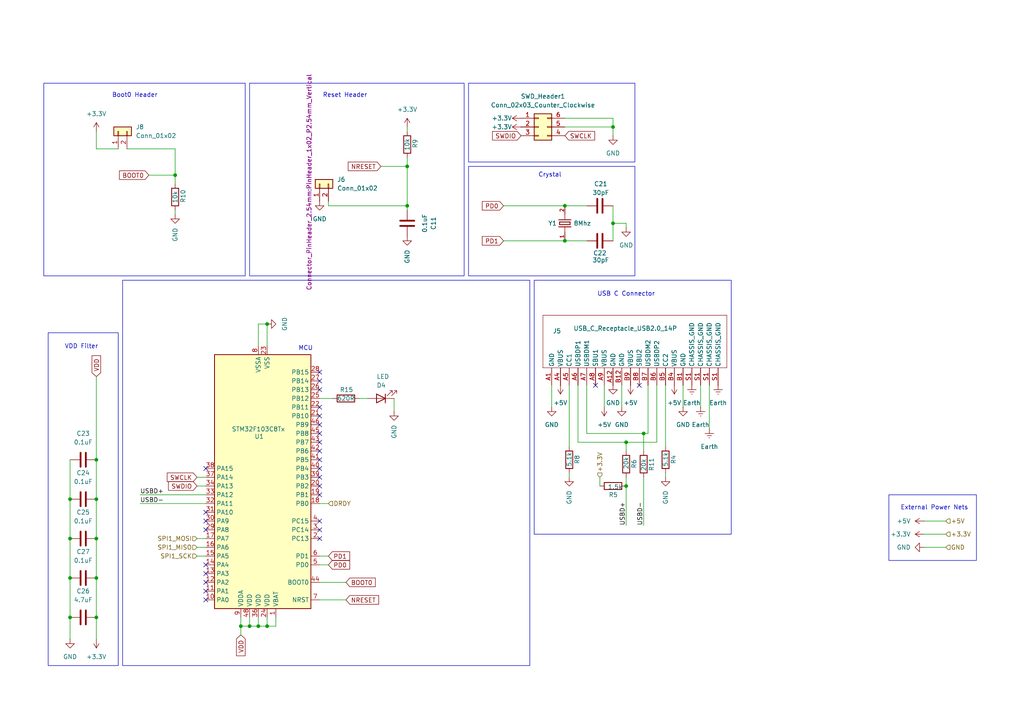
<source format=kicad_sch>
(kicad_sch (version 20231120) (generator "eeschema") (generator_version "8.0")
  (paper "A4")
  (lib_symbols
    (symbol "Connector_Generic:Conn_01x02" (pin_names (offset 1.016) hide)
      (property "Reference" "J" (at 0 2.54 0))
      (property "Value" "Conn_01x02" (at 0 -5.08 0))
      (symbol "Conn_01x02_1_1"
        (rectangle (start -1.27 -2.413) (end 0 -2.667) (stroke (width 0.1524)))
        (rectangle (start -1.27 0.127) (end 0 -0.127) (stroke (width 0.1524)))
        (rectangle (start -1.27 1.27) (end 1.27 -3.81) (stroke (width 0.254)) (fill (type background)))
        (pin passive line (at -5.08 0 0) (length 3.81) (name "Pin_1") (number "1"))
        (pin passive line (at -5.08 -2.54 0) (length 3.81) (name "Pin_2") (number "2"))
      )
    )
    (symbol "Connector_Generic:Conn_02x03_Counter_Clockwise" (pin_names (offset 1.016) hide)
      (property "Reference" "J" (at 1.27 5.08 0))
      (property "Value" "Conn_02x03_Counter_Clockwise" (at 1.27 -5.08 0))
      (symbol "Conn_02x03_Counter_Clockwise_1_1"
        (rectangle (start -1.27 -2.413) (end 0 -2.667) (stroke (width 0.1524)))
        (rectangle (start -1.27 0.127) (end 0 -0.127) (stroke (width 0.1524)))
        (rectangle (start -1.27 2.667) (end 0 2.413) (stroke (width 0.1524)))
        (rectangle (start -1.27 3.81) (end 3.81 -3.81) (stroke (width 0.254)) (fill (type background)))
        (rectangle (start 3.81 -2.413) (end 2.54 -2.667) (stroke (width 0.1524)))
        (rectangle (start 3.81 0.127) (end 2.54 -0.127) (stroke (width 0.1524)))
        (rectangle (start 3.81 2.667) (end 2.54 2.413) (stroke (width 0.1524)))
        (pin passive line (at -5.08 2.54 0) (length 3.81) (name "Pin_1") (number "1"))
        (pin passive line (at -5.08 0 0) (length 3.81) (name "Pin_2") (number "2"))
        (pin passive line (at -5.08 -2.54 0) (length 3.81) (name "Pin_3") (number "3"))
        (pin passive line (at 7.62 -2.54 180) (length 3.81) (name "Pin_4") (number "4"))
        (pin passive line (at 7.62 0 180) (length 3.81) (name "Pin_5") (number "5"))
        (pin passive line (at 7.62 2.54 180) (length 3.81) (name "Pin_6") (number "6"))
      )
    )
    (symbol "Device:C" (pin_numbers hide) (pin_names (offset 0.254))
      (property "Reference" "C" (at 0.635 2.54 0))
      (property "Value" "C" (at 0.635 -2.54 0))
      (symbol "C_0_1"
        (polyline (pts (xy -2.032 -0.762) (xy 2.032 -0.762)) (stroke (width 0.508)))
        (polyline (pts (xy -2.032 0.762) (xy 2.032 0.762)) (stroke (width 0.508)))
      )
      (symbol "C_1_1"
        (pin passive line (at 0 3.81 270) (length 2.794) (name "~") (number "1"))
        (pin passive line (at 0 -3.81 90) (length 2.794) (name "~") (number "2"))
      )
    )
    (symbol "Device:LED" (pin_numbers hide) (pin_names (offset 1.016) hide)
      (property "Reference" "D" (at 0 2.54 0))
      (property "Value" "LED" (at 0 -2.54 0))
      (symbol "LED_0_1"
        (polyline (pts (xy -1.27 -1.27) (xy -1.27 1.27)) (stroke (width 0.254)))
        (polyline (pts (xy -1.27 0) (xy 1.27 0)))
        (polyline (pts (xy 1.27 -1.27) (xy 1.27 1.27) (xy -1.27 0) (xy 1.27 -1.27)) (stroke (width 0.254)))
        (polyline (pts (xy -3.048 -0.762) (xy -4.572 -2.286) (xy -3.81 -2.286) (xy -4.572 -2.286) (xy -4.572 -1.524)))
        (polyline (pts (xy -1.778 -0.762) (xy -3.302 -2.286) (xy -2.54 -2.286) (xy -3.302 -2.286) (xy -3.302 -1.524)))
      )
      (symbol "LED_1_1"
        (pin passive line (at -3.81 0 0) (length 2.54) (name "K") (number "1"))
        (pin passive line (at 3.81 0 180) (length 2.54) (name "A") (number "2"))
      )
    )
    (symbol "Device:R" (pin_numbers hide) (pin_names (offset 0))
      (property "Reference" "R" (at 2.032 0 90))
      (property "Value" "R" (at 0 0 90))
      (symbol "R_0_1"
        (rectangle (start -1.016 -2.54) (end 1.016 2.54) (stroke (width 0.254)))
      )
      (symbol "R_1_1"
        (pin passive line (at 0 3.81 270) (length 1.27) (name "~") (number "1"))
        (pin passive line (at 0 -3.81 90) (length 1.27) (name "~") (number "2"))
      )
    )
    (symbol "ECS_80_18_30_JGN_TR:ECS-80-18-30-JGN-TR" (pin_names (offset 1.016))
      (property "Reference" "Y" (at -5.0926 2.2955 0))
      (property "Value" "ECS-80-18-30-JGN-TR" (at -5.0949 -3.8236 0))
      (symbol "ECS-80-18-30-JGN-TR_0_0"
        (polyline (pts (xy -2.54 0) (xy -1.016 0)) (stroke (width 0.1524)))
        (polyline (pts (xy -1.016 1.778) (xy -1.016 -1.778)) (stroke (width 0.254)))
        (polyline (pts (xy -0.381 -1.524) (xy 0.381 -1.524)) (stroke (width 0.254)))
        (polyline (pts (xy -0.381 1.524) (xy -0.381 -1.524)) (stroke (width 0.254)))
        (polyline (pts (xy 0.381 -1.524) (xy 0.381 1.524)) (stroke (width 0.254)))
        (polyline (pts (xy 0.381 1.524) (xy -0.381 1.524)) (stroke (width 0.254)))
        (polyline (pts (xy 1.016 0) (xy 2.54 0)) (stroke (width 0.1524)))
        (polyline (pts (xy 1.016 1.778) (xy 1.016 -1.778)) (stroke (width 0.254)))
        (pin passive line (at -5.08 0 0) (length 2.54) (name "~") (number "1"))
        (pin passive line (at 5.08 0 180) (length 2.54) (name "~") (number "2"))
      )
    )
    (symbol "MCU_ST_STM32F1:STM32F103C8Tx"
      (property "Reference" "U" (at -12.7 39.37 0))
      (property "Value" "STM32F103C8Tx" (at 10.16 39.37 0))
      (symbol "STM32F103C8Tx_0_1"
        (rectangle (start -12.7 -35.56) (end 15.24 38.1) (stroke (width 0.254)) (fill (type background)))
      )
      (symbol "STM32F103C8Tx_1_1"
        (pin power_in line (at -2.54 40.64 270) (length 2.54) (name "VBAT") (number "1"))
        (pin bidirectional line (at 17.78 35.56 180) (length 2.54) (name "PA0") (number "10"))
        (pin bidirectional line (at 17.78 33.02 180) (length 2.54) (name "PA1") (number "11"))
        (pin bidirectional line (at 17.78 30.48 180) (length 2.54) (name "PA2") (number "12"))
        (pin bidirectional line (at 17.78 27.94 180) (length 2.54) (name "PA3") (number "13"))
        (pin bidirectional line (at 17.78 25.4 180) (length 2.54) (name "PA4") (number "14"))
        (pin bidirectional line (at 17.78 22.86 180) (length 2.54) (name "PA5") (number "15"))
        (pin bidirectional line (at 17.78 20.32 180) (length 2.54) (name "PA6") (number "16"))
        (pin bidirectional line (at 17.78 17.78 180) (length 2.54) (name "PA7") (number "17"))
        (pin bidirectional line (at -15.24 7.62 0) (length 2.54) (name "PB0") (number "18"))
        (pin bidirectional line (at -15.24 5.08 0) (length 2.54) (name "PB1") (number "19"))
        (pin bidirectional line (at -15.24 17.78 0) (length 2.54) (name "PC13") (number "2"))
        (pin bidirectional line (at -15.24 2.54 0) (length 2.54) (name "PB2") (number "20"))
        (pin bidirectional line (at -15.24 -17.78 0) (length 2.54) (name "PB10") (number "21"))
        (pin bidirectional line (at -15.24 -20.32 0) (length 2.54) (name "PB11") (number "22"))
        (pin power_in line (at 0 -38.1 90) (length 2.54) (name "VSS") (number "23"))
        (pin power_in line (at 0 40.64 270) (length 2.54) (name "VDD") (number "24"))
        (pin bidirectional line (at -15.24 -22.86 0) (length 2.54) (name "PB12") (number "25"))
        (pin bidirectional line (at -15.24 -25.4 0) (length 2.54) (name "PB13") (number "26"))
        (pin bidirectional line (at -15.24 -27.94 0) (length 2.54) (name "PB14") (number "27"))
        (pin bidirectional line (at -15.24 -30.48 0) (length 2.54) (name "PB15") (number "28"))
        (pin bidirectional line (at 17.78 15.24 180) (length 2.54) (name "PA8") (number "29"))
        (pin bidirectional line (at -15.24 15.24 0) (length 2.54) (name "PC14") (number "3"))
        (pin bidirectional line (at 17.78 12.7 180) (length 2.54) (name "PA9") (number "30"))
        (pin bidirectional line (at 17.78 10.16 180) (length 2.54) (name "PA10") (number "31"))
        (pin bidirectional line (at 17.78 7.62 180) (length 2.54) (name "PA11") (number "32"))
        (pin bidirectional line (at 17.78 5.08 180) (length 2.54) (name "PA12") (number "33"))
        (pin bidirectional line (at 17.78 2.54 180) (length 2.54) (name "PA13") (number "34"))
        (pin passive line (at 0 -38.1 90) (length 2.54) hide (name "VSS") (number "35"))
        (pin power_in line (at 2.54 40.64 270) (length 2.54) (name "VDD") (number "36"))
        (pin bidirectional line (at 17.78 0 180) (length 2.54) (name "PA14") (number "37"))
        (pin bidirectional line (at 17.78 -2.54 180) (length 2.54) (name "PA15") (number "38"))
        (pin bidirectional line (at -15.24 0 0) (length 2.54) (name "PB3") (number "39"))
        (pin bidirectional line (at -15.24 12.7 0) (length 2.54) (name "PC15") (number "4"))
        (pin bidirectional line (at -15.24 -2.54 0) (length 2.54) (name "PB4") (number "40"))
        (pin bidirectional line (at -15.24 -5.08 0) (length 2.54) (name "PB5") (number "41"))
        (pin bidirectional line (at -15.24 -7.62 0) (length 2.54) (name "PB6") (number "42"))
        (pin bidirectional line (at -15.24 -10.16 0) (length 2.54) (name "PB7") (number "43"))
        (pin input line (at -15.24 30.48 0) (length 2.54) (name "BOOT0") (number "44"))
        (pin bidirectional line (at -15.24 -12.7 0) (length 2.54) (name "PB8") (number "45"))
        (pin bidirectional line (at -15.24 -15.24 0) (length 2.54) (name "PB9") (number "46"))
        (pin passive line (at 0 -38.1 90) (length 2.54) hide (name "VSS") (number "47"))
        (pin power_in line (at 5.08 40.64 270) (length 2.54) (name "VDD") (number "48"))
        (pin bidirectional line (at -15.24 25.4 0) (length 2.54) (name "PD0") (number "5"))
        (pin bidirectional line (at -15.24 22.86 0) (length 2.54) (name "PD1") (number "6"))
        (pin input line (at -15.24 35.56 0) (length 2.54) (name "NRST") (number "7"))
        (pin power_in line (at 2.54 -38.1 90) (length 2.54) (name "VSSA") (number "8"))
        (pin power_in line (at 7.62 40.64 270) (length 2.54) (name "VDDA") (number "9"))
      )
    )
    (symbol "USB4085_GF_A:USB4085-GF-A" (pin_names (offset 0.254))
      (property "Reference" "J5" (at 15.748 -1.524 90))
      (property "Value" "USB_C_Receptacle_USB2.0_14P" (at 16.51 -21.336 90))
      (symbol "USB4085-GF-A_1_1"
        (polyline (pts (xy 5.08 -50.8) (xy 20.32 -50.8)) (stroke (width 0.127)))
        (polyline (pts (xy 5.08 2.54) (xy 5.08 -50.8)) (stroke (width 0.127)))
        (polyline (pts (xy 20.32 -50.8) (xy 20.32 2.54)) (stroke (width 0.127)))
        (polyline (pts (xy 20.32 2.54) (xy 5.08 2.54)) (stroke (width 0.127)))
        (pin power_in line (at 0 0 0) (length 5.08) (name "GND") (number "A1"))
        (pin power_in line (at 0 -17.78 0) (length 5.08) (name "GND") (number "A12"))
        (pin power_in line (at 0 -2.54 0) (length 5.08) (name "VBUS") (number "A4"))
        (pin bidirectional line (at 0 -5.08 0) (length 5.08) (name "CC1") (number "A5"))
        (pin bidirectional line (at 0 -7.62 0) (length 5.08) (name "USBDP1") (number "A6"))
        (pin bidirectional line (at 0 -10.16 0) (length 5.08) (name "USBDM1") (number "A7"))
        (pin bidirectional line (at 0 -12.7 0) (length 5.08) (name "SBU1") (number "A8"))
        (pin power_in line (at 0 -15.24 0) (length 5.08) (name "VBUS") (number "A9"))
        (pin power_in line (at 0 -38.1 0) (length 5.08) (name "GND") (number "B1"))
        (pin open_emitter line (at 0 -20.32 0) (length 5.08) (name "GND") (number "B12"))
        (pin power_in line (at 0 -35.56 0) (length 5.08) (name "VBUS") (number "B4"))
        (pin bidirectional line (at 0 -33.02 0) (length 5.08) (name "CC2") (number "B5"))
        (pin bidirectional line (at 0 -30.48 0) (length 5.08) (name "USBDP2") (number "B6"))
        (pin bidirectional line (at 0 -27.94 0) (length 5.08) (name "USBDM2") (number "B7"))
        (pin bidirectional line (at 0 -25.4 0) (length 5.08) (name "SBU2") (number "B8"))
        (pin power_in line (at 0 -22.86 0) (length 5.08) (name "VBUS") (number "B9"))
        (pin power_in line (at 0 -48.26 0) (length 5.08) (name "CHASSIS_GND") (number "S1"))
        (pin power_in line (at 0 -45.72 0) (length 5.08) (name "CHASSIS_GND") (number "S1"))
        (pin power_in line (at 0 -43.18 0) (length 5.08) (name "CHASSIS_GND") (number "S1"))
        (pin power_in line (at 0 -40.64 0) (length 5.08) (name "CHASSIS_GND") (number "S1"))
      )
      (symbol "USB4085-GF-A_1_2"
        (polyline (pts (xy 5.08 -50.8) (xy 12.7 -50.8)) (stroke (width 0.127)))
        (polyline (pts (xy 5.08 2.54) (xy 5.08 -50.8)) (stroke (width 0.127)))
        (polyline (pts (xy 7.62 -48.26) (xy 5.08 -48.26)) (stroke (width 0.127)))
        (polyline (pts (xy 7.62 -48.26) (xy 8.89 -49.1067)) (stroke (width 0.127)))
        (polyline (pts (xy 7.62 -48.26) (xy 8.89 -47.4133)) (stroke (width 0.127)))
        (polyline (pts (xy 7.62 -45.72) (xy 5.08 -45.72)) (stroke (width 0.127)))
        (polyline (pts (xy 7.62 -45.72) (xy 8.89 -46.5667)) (stroke (width 0.127)))
        (polyline (pts (xy 7.62 -45.72) (xy 8.89 -44.8733)) (stroke (width 0.127)))
        (polyline (pts (xy 7.62 -43.18) (xy 5.08 -43.18)) (stroke (width 0.127)))
        (polyline (pts (xy 7.62 -43.18) (xy 8.89 -44.0267)) (stroke (width 0.127)))
        (polyline (pts (xy 7.62 -43.18) (xy 8.89 -42.3333)) (stroke (width 0.127)))
        (polyline (pts (xy 7.62 -40.64) (xy 5.08 -40.64)) (stroke (width 0.127)))
        (polyline (pts (xy 7.62 -40.64) (xy 8.89 -41.4867)) (stroke (width 0.127)))
        (polyline (pts (xy 7.62 -40.64) (xy 8.89 -39.7933)) (stroke (width 0.127)))
        (polyline (pts (xy 7.62 -38.1) (xy 5.08 -38.1)) (stroke (width 0.127)))
        (polyline (pts (xy 7.62 -38.1) (xy 8.89 -38.9467)) (stroke (width 0.127)))
        (polyline (pts (xy 7.62 -38.1) (xy 8.89 -37.2533)) (stroke (width 0.127)))
        (polyline (pts (xy 7.62 -35.56) (xy 5.08 -35.56)) (stroke (width 0.127)))
        (polyline (pts (xy 7.62 -35.56) (xy 8.89 -36.4067)) (stroke (width 0.127)))
        (polyline (pts (xy 7.62 -35.56) (xy 8.89 -34.7133)) (stroke (width 0.127)))
        (polyline (pts (xy 7.62 -33.02) (xy 5.08 -33.02)) (stroke (width 0.127)))
        (polyline (pts (xy 7.62 -33.02) (xy 8.89 -33.8667)) (stroke (width 0.127)))
        (polyline (pts (xy 7.62 -33.02) (xy 8.89 -32.1733)) (stroke (width 0.127)))
        (polyline (pts (xy 7.62 -30.48) (xy 5.08 -30.48)) (stroke (width 0.127)))
        (polyline (pts (xy 7.62 -30.48) (xy 8.89 -31.3267)) (stroke (width 0.127)))
        (polyline (pts (xy 7.62 -30.48) (xy 8.89 -29.6333)) (stroke (width 0.127)))
        (polyline (pts (xy 7.62 -27.94) (xy 5.08 -27.94)) (stroke (width 0.127)))
        (polyline (pts (xy 7.62 -27.94) (xy 8.89 -28.7867)) (stroke (width 0.127)))
        (polyline (pts (xy 7.62 -27.94) (xy 8.89 -27.0933)) (stroke (width 0.127)))
        (polyline (pts (xy 7.62 -25.4) (xy 5.08 -25.4)) (stroke (width 0.127)))
        (polyline (pts (xy 7.62 -25.4) (xy 8.89 -26.2467)) (stroke (width 0.127)))
        (polyline (pts (xy 7.62 -25.4) (xy 8.89 -24.5533)) (stroke (width 0.127)))
        (polyline (pts (xy 7.62 -22.86) (xy 5.08 -22.86)) (stroke (width 0.127)))
        (polyline (pts (xy 7.62 -22.86) (xy 8.89 -23.7067)) (stroke (width 0.127)))
        (polyline (pts (xy 7.62 -22.86) (xy 8.89 -22.0133)) (stroke (width 0.127)))
        (polyline (pts (xy 7.62 -20.32) (xy 5.08 -20.32)) (stroke (width 0.127)))
        (polyline (pts (xy 7.62 -20.32) (xy 8.89 -21.1667)) (stroke (width 0.127)))
        (polyline (pts (xy 7.62 -20.32) (xy 8.89 -19.4733)) (stroke (width 0.127)))
        (polyline (pts (xy 7.62 -17.78) (xy 5.08 -17.78)) (stroke (width 0.127)))
        (polyline (pts (xy 7.62 -17.78) (xy 8.89 -18.6267)) (stroke (width 0.127)))
        (polyline (pts (xy 7.62 -17.78) (xy 8.89 -16.9333)) (stroke (width 0.127)))
        (polyline (pts (xy 7.62 -15.24) (xy 5.08 -15.24)) (stroke (width 0.127)))
        (polyline (pts (xy 7.62 -15.24) (xy 8.89 -16.0867)) (stroke (width 0.127)))
        (polyline (pts (xy 7.62 -15.24) (xy 8.89 -14.3933)) (stroke (width 0.127)))
        (polyline (pts (xy 7.62 -12.7) (xy 5.08 -12.7)) (stroke (width 0.127)))
        (polyline (pts (xy 7.62 -12.7) (xy 8.89 -13.5467)) (stroke (width 0.127)))
        (polyline (pts (xy 7.62 -12.7) (xy 8.89 -11.8533)) (stroke (width 0.127)))
        (polyline (pts (xy 7.62 -10.16) (xy 5.08 -10.16)) (stroke (width 0.127)))
        (polyline (pts (xy 7.62 -10.16) (xy 8.89 -11.0067)) (stroke (width 0.127)))
        (polyline (pts (xy 7.62 -10.16) (xy 8.89 -9.3133)) (stroke (width 0.127)))
        (polyline (pts (xy 7.62 -7.62) (xy 5.08 -7.62)) (stroke (width 0.127)))
        (polyline (pts (xy 7.62 -7.62) (xy 8.89 -8.4667)) (stroke (width 0.127)))
        (polyline (pts (xy 7.62 -7.62) (xy 8.89 -6.7733)) (stroke (width 0.127)))
        (polyline (pts (xy 7.62 -5.08) (xy 5.08 -5.08)) (stroke (width 0.127)))
        (polyline (pts (xy 7.62 -5.08) (xy 8.89 -5.9267)) (stroke (width 0.127)))
        (polyline (pts (xy 7.62 -5.08) (xy 8.89 -4.2333)) (stroke (width 0.127)))
        (polyline (pts (xy 7.62 -2.54) (xy 5.08 -2.54)) (stroke (width 0.127)))
        (polyline (pts (xy 7.62 -2.54) (xy 8.89 -3.3867)) (stroke (width 0.127)))
        (polyline (pts (xy 7.62 -2.54) (xy 8.89 -1.6933)) (stroke (width 0.127)))
        (polyline (pts (xy 7.62 0) (xy 5.08 0)) (stroke (width 0.127)))
        (polyline (pts (xy 7.62 0) (xy 8.89 -0.8467)) (stroke (width 0.127)))
        (polyline (pts (xy 7.62 0) (xy 8.89 0.8467)) (stroke (width 0.127)))
        (polyline (pts (xy 12.7 -50.8) (xy 12.7 2.54)) (stroke (width 0.127)))
        (polyline (pts (xy 12.7 2.54) (xy 5.08 2.54)) (stroke (width 0.127)))
        (pin unspecified line (at 0 0 0) (length 5.08) (name "1") (number "1"))
        (pin unspecified line (at 0 -22.86 0) (length 5.08) (name "10") (number "10"))
        (pin unspecified line (at 0 -25.4 0) (length 5.08) (name "11") (number "11"))
        (pin unspecified line (at 0 -27.94 0) (length 5.08) (name "12") (number "12"))
        (pin unspecified line (at 0 -30.48 0) (length 5.08) (name "13") (number "13"))
        (pin unspecified line (at 0 -33.02 0) (length 5.08) (name "14") (number "14"))
        (pin unspecified line (at 0 -35.56 0) (length 5.08) (name "15") (number "15"))
        (pin unspecified line (at 0 -38.1 0) (length 5.08) (name "16") (number "16"))
        (pin unspecified line (at 0 -40.64 0) (length 5.08) (name "17") (number "17"))
        (pin unspecified line (at 0 -43.18 0) (length 5.08) (name "18") (number "18"))
        (pin unspecified line (at 0 -45.72 0) (length 5.08) (name "19") (number "19"))
        (pin unspecified line (at 0 -2.54 0) (length 5.08) (name "2") (number "2"))
        (pin unspecified line (at 0 -48.26 0) (length 5.08) (name "20") (number "20"))
        (pin unspecified line (at 0 -5.08 0) (length 5.08) (name "3") (number "3"))
        (pin unspecified line (at 0 -7.62 0) (length 5.08) (name "4") (number "4"))
        (pin unspecified line (at 0 -10.16 0) (length 5.08) (name "5") (number "5"))
        (pin unspecified line (at 0 -12.7 0) (length 5.08) (name "6") (number "6"))
        (pin unspecified line (at 0 -15.24 0) (length 5.08) (name "7") (number "7"))
        (pin unspecified line (at 0 -17.78 0) (length 5.08) (name "8") (number "8"))
        (pin unspecified line (at 0 -20.32 0) (length 5.08) (name "9") (number "9"))
      )
    )
    (symbol "power:+3.3V" (power) (pin_numbers hide) (pin_names (offset 0) hide)
      (property "Value" "+3.3V" (at 0 3.556 0))
      (symbol "+3.3V_0_1"
        (polyline (pts (xy -0.762 1.27) (xy 0 2.54)))
        (polyline (pts (xy 0 0) (xy 0 2.54)))
        (polyline (pts (xy 0 2.54) (xy 0.762 1.27)))
      )
      (symbol "+3.3V_1_1"
        (pin power_in line (at 0 0 90) (length 0) (name "~") (number "1"))
      )
    )
    (symbol "power:+5V" (power) (pin_numbers hide) (pin_names (offset 0) hide)
      (property "Value" "+5V" (at 0 3.556 0))
      (symbol "+5V_0_1"
        (polyline (pts (xy -0.762 1.27) (xy 0 2.54)))
        (polyline (pts (xy 0 0) (xy 0 2.54)))
        (polyline (pts (xy 0 2.54) (xy 0.762 1.27)))
      )
      (symbol "+5V_1_1"
        (pin power_in line (at 0 0 90) (length 0) (name "~") (number "1"))
      )
    )
    (symbol "power:Earth" (power) (pin_numbers hide) (pin_names (offset 0) hide)
      (property "Value" "Earth" (at 0 -3.81 0))
      (symbol "Earth_0_1"
        (polyline (pts (xy -0.635 -1.905) (xy 0.635 -1.905)))
        (polyline (pts (xy -0.127 -2.54) (xy 0.127 -2.54)))
        (polyline (pts (xy 0 -1.27) (xy 0 0)))
        (polyline (pts (xy 1.27 -1.27) (xy -1.27 -1.27)))
      )
      (symbol "Earth_1_1"
        (pin power_in line (at 0 0 270) (length 0) (name "~") (number "1"))
      )
    )
    (symbol "power:GND" (power) (pin_numbers hide) (pin_names (offset 0) hide)
      (property "Value" "GND" (at 0 -3.81 0))
      (symbol "GND_0_1"
        (polyline (pts (xy 0 0) (xy 0 -1.27) (xy 1.27 -1.27) (xy 0 -2.54) (xy -1.27 -1.27) (xy 0 -1.27)))
      )
      (symbol "GND_1_1"
        (pin power_in line (at 0 0 270) (length 0) (name "~") (number "1"))
      )
    )
  )
  (junction (at 20.32 179.07))
  (junction (at 27.94 133.35))
  (junction (at 77.47 181.61))
  (junction (at 20.32 167.64))
  (junction (at 27.94 179.07))
  (junction (at 163.83 59.69))
  (junction (at 20.32 156.21))
  (junction (at 74.93 181.61))
  (junction (at 20.32 144.78))
  (junction (at 118.11 48.26))
  (junction (at 181.61 128.27))
  (junction (at 27.94 167.64))
  (junction (at 69.85 181.61))
  (junction (at 72.39 181.61))
  (junction (at 50.8 50.8))
  (junction (at 27.94 144.78))
  (junction (at 163.83 69.85))
  (junction (at 186.69 125.73))
  (junction (at 177.8 36.83))
  (junction (at 181.61 140.97))
  (junction (at 177.8 64.77))
  (junction (at 27.94 156.21))
  (junction (at 77.47 93.98))
  (junction (at 118.11 59.69))
  (no_connect (at 92.71 153.67))
  (no_connect (at 185.42 111.76))
  (no_connect (at 59.69 171.45))
  (no_connect (at 92.71 138.43))
  (no_connect (at 92.71 113.03))
  (no_connect (at 92.71 118.11))
  (no_connect (at 92.71 128.27))
  (no_connect (at 92.71 120.65))
  (no_connect (at 59.69 151.13))
  (no_connect (at 92.71 143.51))
  (no_connect (at 59.69 166.37))
  (no_connect (at 172.72 111.76))
  (no_connect (at 92.71 107.95))
  (no_connect (at 59.69 135.89))
  (no_connect (at 92.71 133.35))
  (no_connect (at 92.71 125.73))
  (no_connect (at 92.71 140.97))
  (no_connect (at 59.69 148.59))
  (no_connect (at 92.71 123.19))
  (no_connect (at 59.69 173.99))
  (no_connect (at 92.71 135.89))
  (no_connect (at 59.69 168.91))
  (no_connect (at 92.71 151.13))
  (no_connect (at 59.69 153.67))
  (no_connect (at 92.71 130.81))
  (no_connect (at 59.69 163.83))
  (no_connect (at 92.71 156.21))
  (no_connect (at 92.71 110.49))
  (wire (pts (xy 181.61 140.97) (xy 181.61 152.4)))
  (wire (pts (xy 77.47 93.98) (xy 77.47 100.33)))
  (wire (pts (xy 203.2 118.11) (xy 203.2 111.76)))
  (wire (pts (xy 74.93 100.33) (xy 74.93 93.98)))
  (wire (pts (xy 118.11 38.1) (xy 118.11 36.83)))
  (wire (pts (xy 27.94 133.35) (xy 27.94 144.78)))
  (wire (pts (xy 175.26 118.11) (xy 175.26 111.76)))
  (wire (pts (xy 43.18 50.8) (xy 50.8 50.8)))
  (wire (pts (xy 181.61 64.77) (xy 181.61 66.04)))
  (wire (pts (xy 165.1 111.76) (xy 165.1 129.54)))
  (wire (pts (xy 186.69 138.43) (xy 186.69 152.4)))
  (wire (pts (xy 74.93 93.98) (xy 77.47 93.98)))
  (wire (pts (xy 74.93 181.61) (xy 77.47 181.61)))
  (wire (pts (xy 181.61 64.77) (xy 177.8 64.77)))
  (wire (pts (xy 163.83 36.83) (xy 177.8 36.83)))
  (wire (pts (xy 74.93 181.61) (xy 74.93 179.07)))
  (wire (pts (xy 163.83 34.29) (xy 177.8 34.29)))
  (wire (pts (xy 77.47 181.61) (xy 77.47 179.07)))
  (wire (pts (xy 36.83 43.18) (xy 50.8 43.18)))
  (wire (pts (xy 181.61 138.43) (xy 181.61 140.97)))
  (wire (pts (xy 80.01 181.61) (xy 80.01 179.07)))
  (wire (pts (xy 40.64 146.05) (xy 59.69 146.05)))
  (wire (pts (xy 27.94 185.42) (xy 27.94 179.07)))
  (wire (pts (xy 27.94 43.18) (xy 34.29 43.18)))
  (wire (pts (xy 20.32 167.64) (xy 20.32 179.07)))
  (wire (pts (xy 20.32 185.42) (xy 20.32 179.07)))
  (wire (pts (xy 198.12 118.11) (xy 198.12 111.76)))
  (wire (pts (xy 20.32 156.21) (xy 20.32 167.64)))
  (wire (pts (xy 110.49 48.26) (xy 118.11 48.26)))
  (wire (pts (xy 170.18 125.73) (xy 186.69 125.73)))
  (wire (pts (xy 20.32 133.35) (xy 20.32 144.78)))
  (wire (pts (xy 92.71 173.99) (xy 100.33 173.99)))
  (wire (pts (xy 92.71 163.83) (xy 95.25 163.83)))
  (wire (pts (xy 92.71 161.29) (xy 95.25 161.29)))
  (wire (pts (xy 20.32 144.78) (xy 20.32 156.21)))
  (wire (pts (xy 95.25 59.69) (xy 118.11 59.69)))
  (wire (pts (xy 72.39 181.61) (xy 74.93 181.61)))
  (wire (pts (xy 177.8 59.69) (xy 177.8 64.77)))
  (wire (pts (xy 181.61 128.27) (xy 181.61 130.81)))
  (wire (pts (xy 106.68 115.57) (xy 104.14 115.57)))
  (wire (pts (xy 27.94 156.21) (xy 27.94 167.64)))
  (wire (pts (xy 205.74 124.46) (xy 205.74 111.76)))
  (wire (pts (xy 50.8 60.96) (xy 50.8 62.23)))
  (wire (pts (xy 167.64 128.27) (xy 167.64 111.76)))
  (wire (pts (xy 186.69 125.73) (xy 187.96 125.73)))
  (wire (pts (xy 27.94 144.78) (xy 27.94 156.21)))
  (wire (pts (xy 92.71 146.05) (xy 95.25 146.05)))
  (wire (pts (xy 57.15 140.97) (xy 59.69 140.97)))
  (wire (pts (xy 177.8 34.29) (xy 177.8 36.83)))
  (wire (pts (xy 160.02 111.76) (xy 160.02 118.11)))
  (wire (pts (xy 177.8 64.77) (xy 177.8 69.85)))
  (wire (pts (xy 177.8 36.83) (xy 177.8 39.37)))
  (wire (pts (xy 170.18 111.76) (xy 170.18 125.73)))
  (wire (pts (xy 180.34 118.11) (xy 180.34 111.76)))
  (wire (pts (xy 193.04 111.76) (xy 193.04 129.54)))
  (wire (pts (xy 72.39 181.61) (xy 72.39 179.07)))
  (wire (pts (xy 114.3 119.38) (xy 114.3 115.57)))
  (wire (pts (xy 187.96 111.76) (xy 187.96 125.73)))
  (wire (pts (xy 69.85 184.15) (xy 69.85 181.61)))
  (wire (pts (xy 193.04 138.43) (xy 193.04 137.16)))
  (wire (pts (xy 267.97 151.13) (xy 274.32 151.13)))
  (wire (pts (xy 163.83 69.85) (xy 170.18 69.85)))
  (wire (pts (xy 267.97 154.94) (xy 274.32 154.94)))
  (wire (pts (xy 96.52 115.57) (xy 92.71 115.57)))
  (wire (pts (xy 165.1 138.43) (xy 165.1 137.16)))
  (wire (pts (xy 190.5 111.76) (xy 190.5 128.27)))
  (wire (pts (xy 27.94 167.64) (xy 27.94 179.07)))
  (wire (pts (xy 118.11 48.26) (xy 118.11 59.69)))
  (wire (pts (xy 267.97 158.75) (xy 274.32 158.75)))
  (wire (pts (xy 118.11 59.69) (xy 118.11 60.96)))
  (wire (pts (xy 146.05 59.69) (xy 163.83 59.69)))
  (wire (pts (xy 146.05 69.85) (xy 163.83 69.85)))
  (wire (pts (xy 186.69 125.73) (xy 186.69 130.81)))
  (wire (pts (xy 50.8 43.18) (xy 50.8 50.8)))
  (wire (pts (xy 57.15 161.29) (xy 59.69 161.29)))
  (wire (pts (xy 40.64 143.51) (xy 59.69 143.51)))
  (wire (pts (xy 69.85 181.61) (xy 72.39 181.61)))
  (wire (pts (xy 69.85 181.61) (xy 69.85 179.07)))
  (wire (pts (xy 92.71 168.91) (xy 100.33 168.91)))
  (wire (pts (xy 50.8 50.8) (xy 50.8 53.34)))
  (wire (pts (xy 57.15 158.75) (xy 59.69 158.75)))
  (wire (pts (xy 80.01 181.61) (xy 77.47 181.61)))
  (wire (pts (xy 163.83 59.69) (xy 170.18 59.69)))
  (wire (pts (xy 118.11 45.72) (xy 118.11 48.26)))
  (wire (pts (xy 181.61 128.27) (xy 167.64 128.27)))
  (wire (pts (xy 173.99 138.43) (xy 173.99 140.97)))
  (wire (pts (xy 57.15 156.21) (xy 59.69 156.21)))
  (wire (pts (xy 57.15 138.43) (xy 59.69 138.43)))
  (wire (pts (xy 190.5 128.27) (xy 181.61 128.27)))
  (wire (pts (xy 27.94 109.22) (xy 27.94 133.35)))
  (wire (pts (xy 95.25 59.69) (xy 95.25 58.42)))
  (wire (pts (xy 27.94 38.1) (xy 27.94 43.18)))
  (rectangle (start 12.7 24.13) (end 71.12 80.01))
  (rectangle (start 135.89 24.13) (end 184.15 46.99))
  (rectangle (start 257.81 143.51) (end 283.21 162.56))
  (rectangle (start 35.56 81.28) (end 153.67 193.04))
  (rectangle (start 154.94 81.28) (end 212.09 154.94))
  (rectangle (start 135.89 48.26) (end 184.15 80.01))
  (rectangle (start 72.39 24.13) (end 134.62 80.01))
  (rectangle (start 13.97 96.52) (end 34.29 193.04))
  (text "Reset Header" (at 100.076 27.686 0) (effects (font (size 1.27 1.27))))
  (text "USB C Connector" (at 181.61 85.344 0) (effects (font (size 1.27 1.27))))
  (text "Crystal" (at 159.512 50.8 0) (effects (font (size 1.27 1.27))))
  (text "Boot0 Header" (at 39.116 27.686 0) (effects (font (size 1.27 1.27))))
  (text "MCU" (at 88.646 101.092 0) (effects (font (size 1.27 1.27))))
  (text "VDD Filter" (at 23.622 100.584 0) (effects (font (size 1.27 1.27))))
  (text "External Power Nets" (at 271.018 147.32 0) (effects (font (size 1.27 1.27))))
  (label "USBD+" (at 181.61 152.4 90))
  (label "USBD+" (at 40.64 143.51 0))
  (label "USBD-" (at 186.69 152.4 90))
  (label "USBD-" (at 40.64 146.05 0))
  (global_label "PD1" (shape input) (at 95.25 161.29 0) (property "Intersheetrefs" "${INTERSHEET_REFS}" (effects (hide yes))))
  (global_label "NRESET" (shape input) (at 100.33 173.99 0) (property "Intersheetrefs" "${INTERSHEET_REFS}" (effects (hide yes))))
  (global_label "SWCLK" (shape input) (at 57.15 138.43 180) (property "Intersheetrefs" "${INTERSHEET_REFS}" (effects (hide yes))))
  (global_label "NRESET" (shape input) (at 110.49 48.26 180) (property "Intersheetrefs" "${INTERSHEET_REFS}" (effects (hide yes))))
  (global_label "SWCLK" (shape input) (at 163.83 39.37 0) (property "Intersheetrefs" "${INTERSHEET_REFS}" (effects (hide yes))))
  (global_label "VDD" (shape input) (at 69.85 184.15 270) (property "Intersheetrefs" "${INTERSHEET_REFS}" (effects (hide yes))))
  (global_label "VDD" (shape input) (at 27.94 109.22 90) (property "Intersheetrefs" "${INTERSHEET_REFS}" (effects (hide yes))))
  (global_label "PD0" (shape input) (at 95.25 163.83 0) (property "Intersheetrefs" "${INTERSHEET_REFS}" (effects (hide yes))))
  (global_label "PD0" (shape input) (at 146.05 59.69 180) (property "Intersheetrefs" "${INTERSHEET_REFS}" (effects (hide yes))))
  (global_label "SWDIO" (shape input) (at 151.13 39.37 180) (property "Intersheetrefs" "${INTERSHEET_REFS}" (effects (hide yes))))
  (global_label "SWDIO" (shape input) (at 57.15 140.97 180) (property "Intersheetrefs" "${INTERSHEET_REFS}" (effects (hide yes))))
  (global_label "BOOT0" (shape input) (at 43.18 50.8 180) (property "Intersheetrefs" "${INTERSHEET_REFS}" (effects (hide yes))))
  (global_label "BOOT0" (shape input) (at 100.33 168.91 0) (property "Intersheetrefs" "${INTERSHEET_REFS}" (effects (hide yes))))
  (global_label "PD1" (shape input) (at 146.05 69.85 180) (property "Intersheetrefs" "${INTERSHEET_REFS}" (effects (hide yes))))
  (hierarchical_label "+3.3V" (shape input) (at 274.32 154.94 0))
  (hierarchical_label "DRDY" (shape input) (at 95.25 146.05 0))
  (hierarchical_label "+3.3V" (shape input) (at 173.99 138.43 90))
  (hierarchical_label "+5V" (shape input) (at 274.32 151.13 0))
  (hierarchical_label "SPI1_MOSI" (shape input) (at 57.15 156.21 180))
  (hierarchical_label "SPI1_SCK" (shape input) (at 57.15 161.29 180))
  (hierarchical_label "SPI1_MISO" (shape input) (at 57.15 158.75 180))
  (hierarchical_label "GND" (shape input) (at 274.32 158.75 0))
  (symbol (lib_id "Device:C") (at 24.13 144.78 90) (unit 1)
    (property "Reference" "C24" (at 24.13 137.16 90))
    (property "Value" "0.1uF" (at 24.13 139.7 90))
    (property "Footprint" "Capacitor_SMD:C_0805_2012Metric_Pad1.18x1.45mm_HandSolder" (effects (hide yes)))
    (property "Description" "Unpolarized capacitor" (effects (hide yes)))
  )
  (symbol (lib_id "power:GND") (at 180.34 118.11 0) (unit 1)
    (property "Reference" "#PWR060" (effects (hide yes)))
    (property "Value" "GND" (at 180.34 123.19 0))
    (property "Description" "Power symbol creates a global label with name \"GND\" , ground" (effects (hide yes)))
  )
  (symbol (lib_id "power:Earth") (at 208.28 111.76 0) (unit 1)
    (property "Reference" "#PWR071" (effects (hide yes)))
    (property "Value" "Earth" (at 208.28 116.84 0))
    (property "Description" "Power symbol creates a global label with name \"Earth\"" (effects (hide yes)))
  )
  (symbol (lib_id "power:GND") (at 92.71 58.42 0) (unit 1)
    (property "Reference" "#PWR02" (effects (hide yes)))
    (property "Value" "GND" (at 92.71 63.5 0))
    (property "Description" "Power symbol creates a global label with name \"GND\" , ground" (effects (hide yes)))
  )
  (symbol (lib_id "power:+5V") (at 162.56 111.76 180) (unit 1)
    (property "Reference" "#PWR047" (effects (hide yes)))
    (property "Value" "+5V" (at 162.56 116.84 0))
    (property "Description" "Power symbol creates a global label with name \"+5V\"" (effects (hide yes)))
  )
  (symbol (lib_id "power:GND") (at 177.8 39.37 0) (unit 1)
    (property "Reference" "#PWR072" (effects (hide yes)))
    (property "Value" "GND" (at 177.8 44.45 0))
    (property "Description" "Power symbol creates a global label with name \"GND\" , ground" (effects (hide yes)))
  )
  (symbol (lib_id "power:GND") (at 165.1 138.43 0) (unit 1)
    (property "Reference" "#PWR010" (effects (hide yes)))
    (property "Value" "GND" (at 165.1001 142.24 90) (effects (justify right)))
    (property "Description" "Power symbol creates a global label with name \"GND\" , ground" (effects (hide yes)))
  )
  (symbol (lib_id "Connector_Generic:Conn_01x02") (at 92.71 53.34 90) (unit 1)
    (property "Reference" "J6" (at 97.79 52.0699 90) (effects (justify right)))
    (property "Value" "Conn_01x02" (at 97.79 54.6099 90) (effects (justify right)))
    (property "Footprint" "Connector_PinHeader_2.54mm:PinHeader_1x02_P2.54mm_Vertical" (at 89.662 52.832 0))
    (property "Description" "Generic connector, single row, 01x02, script generated (kicad-library-utils/schlib/autogen/connector/)" (effects (hide yes)))
  )
  (symbol (lib_id "USB4085_GF_A:USB4085-GF-A") (at 160.02 111.76 90) (unit 1)
    (property "Reference" "J5" (at 161.544 96.012 90))
    (property "Value" "USB_C_Receptacle_USB2.0_14P" (at 181.356 95.25 90))
    (property "Footprint" "Connector_USB:USB_C_Receptacle_GCT_USB4085" (effects (hide yes)))
    (property "Datasheet" "USB4085-GF-A" (effects (hide yes)))
    (property "Description" "USB 2.0-only 14P Type-C Receptacle connector" (effects (hide yes)))
  )
  (symbol (lib_id "Device:R") (at 50.8 57.15 0) (unit 1)
    (property "Reference" "R10" (at 53.086 56.896 90))
    (property "Value" "10k" (at 50.8 57.15 90))
    (property "Footprint" "Resistor_SMD:R_0805_2012Metric_Pad1.20x1.40mm_HandSolder" (effects (hide yes)))
    (property "Description" "Resistor" (effects (hide yes)))
  )
  (symbol (lib_id "power:GND") (at 50.8 62.23 0) (unit 1)
    (property "Reference" "#PWR028" (effects (hide yes)))
    (property "Value" "GND" (at 50.8001 66.04 90) (effects (justify right)))
    (property "Description" "Power symbol creates a global label with name \"GND\" , ground" (effects (hide yes)))
  )
  (symbol (lib_id "Device:R") (at 118.11 41.91 0) (unit 1)
    (property "Reference" "R9" (at 120.396 41.656 90))
    (property "Value" "10k" (at 118.11 41.91 90))
    (property "Footprint" "Resistor_SMD:R_0805_2012Metric_Pad1.20x1.40mm_HandSolder" (effects (hide yes)))
    (property "Description" "Resistor" (effects (hide yes)))
  )
  (symbol (lib_id "MCU_ST_STM32F1:STM32F103C8Tx") (at 77.47 138.43 180) (unit 1)
    (property "Reference" "U1" (at 75.184 126.5838 0))
    (property "Value" "STM32F103C8Tx" (at 74.93 124.46 0))
    (property "Footprint" "STM32F103C8T6TR:LQFP48_STM" (effects (hide yes)))
    (property "Datasheet" "https://www.st.com/resource/en/datasheet/stm32f103c8.pdf" (effects (hide yes)))
    (property "Description" "STMicroelectronics Arm Cortex-M3 MCU, 64KB flash, 20KB RAM, 72 MHz, 2.0-3.6V, 37 GPIO, LQFP48" (effects (hide yes)))
  )
  (symbol (lib_id "power:+3.3V") (at 118.11 36.83 0) (unit 1)
    (property "Reference" "#PWR022" (effects (hide yes)))
    (property "Value" "+3.3V" (at 118.11 31.75 0))
    (property "Description" "Power symbol creates a global label with name \"+3.3V\"" (effects (hide yes)))
  )
  (symbol (lib_id "power:GND") (at 267.97 158.75 270) (unit 1)
    (property "Reference" "#PWR015" (effects (hide yes)))
    (property "Value" "GND" (at 264.16 158.7499 90) (effects (justify right)))
    (property "Description" "Power symbol creates a global label with name \"GND\" , ground" (effects (hide yes)))
  )
  (symbol (lib_id "power:GND") (at 193.04 138.43 0) (unit 1)
    (property "Reference" "#PWR09" (effects (hide yes)))
    (property "Value" "GND" (at 193.0401 142.24 90) (effects (justify right)))
    (property "Description" "Power symbol creates a global label with name \"GND\" , ground" (effects (hide yes)))
  )
  (symbol (lib_id "Device:R") (at 193.04 133.35 180) (unit 1)
    (property "Reference" "R4" (at 195.326 134.62 90) (effects (justify right)))
    (property "Value" "5.1k" (at 193.04 135.382 90) (effects (justify right)))
    (property "Footprint" "Resistor_SMD:R_0805_2012Metric_Pad1.20x1.40mm_HandSolder" (effects (hide yes)))
    (property "Description" "Resistor" (effects (hide yes)))
  )
  (symbol (lib_id "Device:C") (at 24.13 167.64 90) (unit 1)
    (property "Reference" "C27" (at 24.13 160.02 90))
    (property "Value" "0.1uF" (at 24.13 162.56 90))
    (property "Footprint" "Capacitor_SMD:C_0805_2012Metric_Pad1.18x1.45mm_HandSolder" (effects (hide yes)))
    (property "Description" "Unpolarized capacitor" (effects (hide yes)))
  )
  (symbol (lib_id "Device:R") (at 181.61 134.62 180) (unit 1)
    (property "Reference" "R6" (at 183.896 135.89 90) (effects (justify right)))
    (property "Value" "20k" (at 181.61 136.144 90) (effects (justify right)))
    (property "Footprint" "Resistor_SMD:R_0805_2012Metric_Pad1.20x1.40mm_HandSolder" (effects (hide yes)))
    (property "Description" "Resistor" (effects (hide yes)))
  )
  (symbol (lib_id "power:+5V") (at 195.58 111.76 180) (unit 1)
    (property "Reference" "#PWR050" (effects (hide yes)))
    (property "Value" "+5V" (at 195.58 116.84 0))
    (property "Description" "Power symbol creates a global label with name \"+5V\"" (effects (hide yes)))
  )
  (symbol (lib_id "power:+3.3V") (at 151.13 36.83 90) (unit 1)
    (property "Reference" "#PWR025" (effects (hide yes)))
    (property "Value" "+3.3V" (at 145.542 36.83 90))
    (property "Description" "Power symbol creates a global label with name \"+3.3V\"" (effects (hide yes)))
  )
  (symbol (lib_id "Connector_Generic:Conn_02x03_Counter_Clockwise") (at 156.21 36.83 0) (unit 1)
    (property "Reference" "SWD_Header1" (at 157.48 27.94 0))
    (property "Value" "Conn_02x03_Counter_Clockwise" (at 157.48 30.48 0))
    (property "Footprint" "Connector_PinHeader_2.54mm:PinHeader_2x03_P2.54mm_Vertical" (effects (hide yes)))
    (property "Description" "Generic connector, double row, 02x03, counter clockwise pin numbering scheme (similar to DIP package numbering), script generated (kicad-library-utils/schlib/autogen/connector/)" (effects (hide yes)))
  )
  (symbol (lib_id "Device:R") (at 165.1 133.35 180) (unit 1)
    (property "Reference" "R8" (at 167.386 134.62 90) (effects (justify right)))
    (property "Value" "5.1k" (at 165.1 135.382 90) (effects (justify right)))
    (property "Footprint" "Resistor_SMD:R_0805_2012Metric_Pad1.20x1.40mm_HandSolder" (effects (hide yes)))
    (property "Description" "Resistor" (effects (hide yes)))
  )
  (symbol (lib_id "power:+3.3V") (at 267.97 154.94 90) (unit 1)
    (property "Reference" "#PWR016" (effects (hide yes)))
    (property "Value" "+3.3V" (at 264.16 154.9399 90) (effects (justify left)))
    (property "Description" "Power symbol creates a global label with name \"+3.3V\"" (effects (hide yes)))
  )
  (symbol (lib_id "power:+5V") (at 182.88 111.76 180) (unit 1)
    (property "Reference" "#PWR054" (effects (hide yes)))
    (property "Value" "+5V" (at 182.88 116.84 0))
    (property "Description" "Power symbol creates a global label with name \"+5V\"" (effects (hide yes)))
  )
  (symbol (lib_id "Device:C") (at 24.13 179.07 90) (unit 1)
    (property "Reference" "C26" (at 24.13 171.45 90))
    (property "Value" "4.7uF" (at 24.13 173.99 90))
    (property "Footprint" "Capacitor_SMD:C_0805_2012Metric_Pad1.18x1.45mm_HandSolder" (effects (hide yes)))
    (property "Description" "Unpolarized capacitor" (effects (hide yes)))
  )
  (symbol (lib_id "Device:R") (at 100.33 115.57 270) (mirror x) (unit 1)
    (property "Reference" "R15" (at 98.552 113.03 90) (effects (justify left)))
    (property "Value" "620R" (at 97.79 115.57 90) (effects (justify left)))
    (property "Footprint" "Resistor_SMD:R_0805_2012Metric_Pad1.20x1.40mm_HandSolder" (effects (hide yes)))
    (property "Description" "Resistor" (effects (hide yes)))
  )
  (symbol (lib_id "power:Earth") (at 203.2 118.11 0) (unit 1)
    (property "Reference" "#PWR064" (effects (hide yes)))
    (property "Value" "Earth" (at 203.2 123.19 0))
    (property "Description" "Power symbol creates a global label with name \"Earth\"" (effects (hide yes)))
  )
  (symbol (lib_id "power:GND") (at 118.11 68.58 0) (unit 1)
    (property "Reference" "#PWR024" (effects (hide yes)))
    (property "Value" "GND" (at 118.1101 72.39 90) (effects (justify right)))
    (property "Description" "Power symbol creates a global label with name \"GND\" , ground" (effects (hide yes)))
  )
  (symbol (lib_id "power:+3.3V") (at 151.13 34.29 90) (unit 1)
    (property "Reference" "#PWR042" (effects (hide yes)))
    (property "Value" "+3.3V" (at 145.542 34.29 90))
    (property "Description" "Power symbol creates a global label with name \"+3.3V\"" (effects (hide yes)))
  )
  (symbol (lib_id "power:GND") (at 160.02 118.11 0) (unit 1)
    (property "Reference" "#PWR08" (effects (hide yes)))
    (property "Value" "GND" (at 160.02 123.19 0))
    (property "Description" "Power symbol creates a global label with name \"GND\" , ground" (effects (hide yes)))
  )
  (symbol (lib_id "power:GND") (at 177.8 111.76 0) (unit 1)
    (property "Reference" "#PWR058" (effects (hide yes)))
    (property "Value" "GND" (at 177.8 116.84 0))
    (property "Description" "Power symbol creates a global label with name \"GND\" , ground" (effects (hide yes)))
  )
  (symbol (lib_id "Connector_Generic:Conn_01x02") (at 34.29 38.1 90) (unit 1)
    (property "Reference" "J8" (at 39.37 36.8299 90) (effects (justify right)))
    (property "Value" "Conn_01x02" (at 39.37 39.3699 90) (effects (justify right)))
    (property "Footprint" "Connector_PinHeader_2.54mm:PinHeader_1x02_P2.54mm_Vertical" (effects (hide yes)))
    (property "Description" "Generic connector, single row, 01x02, script generated (kicad-library-utils/schlib/autogen/connector/)" (effects (hide yes)))
  )
  (symbol (lib_id "power:+5V") (at 267.97 151.13 90) (unit 1)
    (property "Reference" "#PWR07" (effects (hide yes)))
    (property "Value" "+5V" (at 264.16 151.1299 90) (effects (justify left)))
    (property "Description" "Power symbol creates a global label with name \"+5V\"" (effects (hide yes)))
  )
  (symbol (lib_id "power:Earth") (at 205.74 124.46 0) (unit 1)
    (property "Reference" "#PWR018" (effects (hide yes)))
    (property "Value" "Earth" (at 205.74 129.54 0))
    (property "Description" "Power symbol creates a global label with name \"Earth\"" (effects (hide yes)))
  )
  (symbol (lib_id "Device:LED") (at 110.49 115.57 180) (unit 1)
    (property "Reference" "D4" (at 109.22 111.76 0) (effects (justify right)))
    (property "Value" "LED" (at 109.22 109.22 0) (effects (justify right)))
    (property "Footprint" "LED_SMD:LED_1206_3216Metric_Pad1.42x1.75mm_HandSolder" (effects (hide yes)))
    (property "Description" "Light emitting diode" (effects (hide yes)))
  )
  (symbol (lib_id "Device:C") (at 173.99 69.85 270) (unit 1)
    (property "Reference" "C22" (at 173.99 73.406 90))
    (property "Value" "30pF" (at 174.244 75.438 90))
    (property "Footprint" "Capacitor_SMD:C_0805_2012Metric_Pad1.18x1.45mm_HandSolder" (effects (hide yes)))
    (property "Description" "Unpolarized capacitor" (effects (hide yes)))
  )
  (symbol (lib_id "power:GND") (at 20.32 185.42 0) (unit 1)
    (property "Reference" "#PWR06" (effects (hide yes)))
    (property "Value" "GND" (at 20.32 190.5 0))
    (property "Description" "Power symbol creates a global label with name \"GND\" , ground" (effects (hide yes)))
  )
  (symbol (lib_id "Device:C") (at 173.99 59.69 90) (unit 1)
    (property "Reference" "C21" (at 174.244 53.34 90))
    (property "Value" "30pF" (at 174.244 55.88 90))
    (property "Footprint" "Capacitor_SMD:C_0805_2012Metric_Pad1.18x1.45mm_HandSolder" (effects (hide yes)))
    (property "Description" "Unpolarized capacitor" (effects (hide yes)))
  )
  (symbol (lib_id "power:+5V") (at 175.26 118.11 180) (unit 1)
    (property "Reference" "#PWR049" (effects (hide yes)))
    (property "Value" "+5V" (at 175.26 123.19 0))
    (property "Description" "Power symbol creates a global label with name \"+5V\"" (effects (hide yes)))
  )
  (symbol (lib_id "Device:C") (at 24.13 156.21 90) (unit 1)
    (property "Reference" "C25" (at 24.13 148.59 90))
    (property "Value" "0.1uF" (at 24.13 151.13 90))
    (property "Footprint" "Capacitor_SMD:C_0805_2012Metric_Pad1.18x1.45mm_HandSolder" (effects (hide yes)))
    (property "Description" "Unpolarized capacitor" (effects (hide yes)))
  )
  (symbol (lib_id "Device:R") (at 186.69 134.62 180) (unit 1)
    (property "Reference" "R11" (at 188.976 136.652 90) (effects (justify right)))
    (property "Value" "20k" (at 186.69 136.652 90) (effects (justify right)))
    (property "Footprint" "Resistor_SMD:R_0805_2012Metric_Pad1.20x1.40mm_HandSolder" (effects (hide yes)))
    (property "Description" "Resistor" (effects (hide yes)))
  )
  (symbol (lib_id "ECS_80_18_30_JGN_TR:ECS-80-18-30-JGN-TR") (at 163.83 64.77 90) (unit 1)
    (property "Reference" "Y1" (at 159.004 64.77 90) (effects (justify right)))
    (property "Value" "8Mhz" (at 166.37 64.77 90) (effects (justify right)))
    (property "Footprint" "Library:XTAL_ECS-80-18-30-JGN-TR" (effects (hide yes)))
    (property "Description" "The ECX-53 is a miniature SMD Crystal with a 3.2 x 5 mm footprint." (effects (hide yes)))
    (property "PACKAGE" "SMD-2 ECX" (effects (hide yes)))
    (property "STANDARD" "Manufacturer Recommendation" (effects (hide yes)))
    (property "PARTREV" "2017" (effects (hide yes)))
    (property "MP" "ECX-53" (effects (hide yes)))
    (property "AVAILABILITY" "Good" (effects (hide yes)))
    (property "MANUFACTURER" "ECS INC" (effects (hide yes)))
  )
  (symbol (lib_id "Device:C") (at 24.13 133.35 90) (unit 1)
    (property "Reference" "C23" (at 24.13 125.73 90))
    (property "Value" "0.1uF" (at 24.13 128.27 90))
    (property "Footprint" "Capacitor_SMD:C_0805_2012Metric_Pad1.18x1.45mm_HandSolder" (effects (hide yes)))
    (property "Description" "Unpolarized capacitor" (effects (hide yes)))
  )
  (symbol (lib_id "power:+3.3V") (at 27.94 185.42 180) (unit 1)
    (property "Reference" "#PWR031" (effects (hide yes)))
    (property "Value" "+3.3V" (at 27.94 190.5 0))
    (property "Description" "Power symbol creates a global label with name \"+3.3V\"" (effects (hide yes)))
  )
  (symbol (lib_id "power:GND") (at 77.47 93.98 90) (unit 1)
    (property "Reference" "#PWR041" (effects (hide yes)))
    (property "Value" "GND" (at 82.55 93.98 0))
    (property "Description" "Power symbol creates a global label with name \"GND\" , ground" (effects (hide yes)))
  )
  (symbol (lib_id "Device:R") (at 177.8 140.97 90) (unit 1)
    (property "Reference" "R5" (at 176.53 143.51 90) (effects (justify right)))
    (property "Value" "1.5k" (at 176.276 141.224 90) (effects (justify right)))
    (property "Footprint" "Resistor_SMD:R_0805_2012Metric_Pad1.20x1.40mm_HandSolder" (effects (hide yes)))
    (property "Description" "Resistor" (effects (hide yes)))
  )
  (symbol (lib_id "power:GND") (at 198.12 118.11 0) (unit 1)
    (property "Reference" "#PWR063" (effects (hide yes)))
    (property "Value" "GND" (at 198.12 123.19 0))
    (property "Description" "Power symbol creates a global label with name \"GND\" , ground" (effects (hide yes)))
  )
  (symbol (lib_id "power:+3.3V") (at 27.94 38.1 0) (unit 1)
    (property "Reference" "#PWR029" (effects (hide yes)))
    (property "Value" "+3.3V" (at 27.94 33.02 0))
    (property "Description" "Power symbol creates a global label with name \"+3.3V\"" (effects (hide yes)))
  )
  (symbol (lib_id "power:Earth") (at 200.66 111.76 0) (unit 1)
    (property "Reference" "#PWR065" (effects (hide yes)))
    (property "Value" "Earth" (at 200.66 116.84 0))
    (property "Description" "Power symbol creates a global label with name \"Earth\"" (effects (hide yes)))
  )
  (symbol (lib_id "Device:C") (at 118.11 64.77 0) (unit 1)
    (property "Reference" "C11" (at 125.73 64.77 90))
    (property "Value" "0.1uF" (at 123.19 64.77 90))
    (property "Footprint" "Capacitor_SMD:C_0805_2012Metric_Pad1.18x1.45mm_HandSolder" (effects (hide yes)))
    (property "Description" "Unpolarized capacitor" (effects (hide yes)))
  )
  (symbol (lib_id "power:GND") (at 114.3 119.38 0) (unit 1)
    (property "Reference" "#PWR066" (effects (hide yes)))
    (property "Value" "GND" (at 114.3001 123.19 90) (effects (justify right)))
    (property "Description" "Power symbol creates a global label with name \"GND\" , ground" (effects (hide yes)))
  )
  (symbol (lib_id "power:GND") (at 181.61 66.04 0) (unit 1)
    (property "Reference" "#PWR037" (effects (hide yes)))
    (property "Value" "GND" (at 181.61 71.12 0))
    (property "Description" "Power symbol creates a global label with name \"GND\" , ground" (effects (hide yes)))
  )
)
</source>
